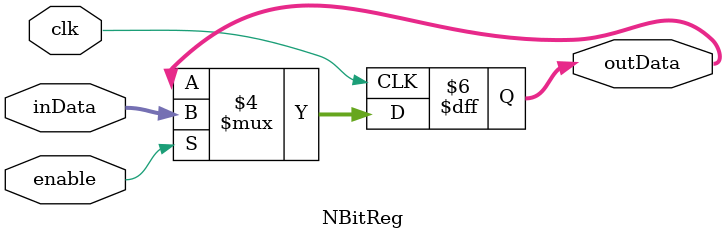
<source format=v>
`timescale 1ns / 1ps

// only writes inData to outData on posedge clk if enable is high
module NBitReg(inData, outData, enable, clk);
    parameter N = 16;
    input [N-1:0] inData;
    input enable, clk;
    output reg [N-1:0] outData;
    
    always @(posedge clk)
      begin
        if (enable == 1'b1)
          begin
            outData = inData;
          end
      end
endmodule

</source>
